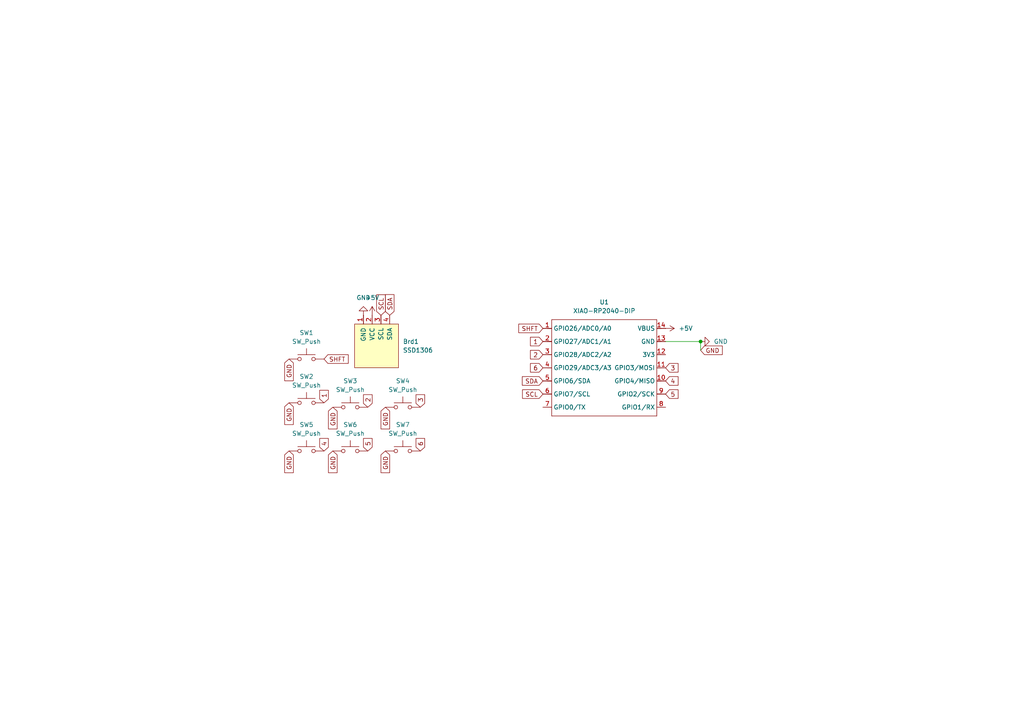
<source format=kicad_sch>
(kicad_sch (version 20231120) (generator "eeschema") (generator_version "8.0")
  (paper "A4")
  (lib_symbols
    (symbol "SSD1306-128x64_OLED:SSD1306" (pin_names (offset 1.016))
      (property "Reference" "Brd" (at 0 -3.81 0))
      (property "Value" "SSD1306" (at 0 -1.27 0))
      (symbol "SSD1306_0_1"
        (rectangle (start -6.35 6.35) (end 6.35 -6.35) (fill (type background)))
      )
      (symbol "SSD1306_1_1"
        (pin input line (at -3.81 8.89 270) (length 2.54) (name "GND") (number "1"))
        (pin input line (at -1.27 8.89 270) (length 2.54) (name "VCC") (number "2"))
        (pin input line (at 1.27 8.89 270) (length 2.54) (name "SCL") (number "3"))
        (pin input line (at 3.81 8.89 270) (length 2.54) (name "SDA") (number "4"))
      )
    )
    (symbol "Seeed_Studio_XIAO_Series:XIAO-RP2040-DIP"
      (property "Reference" "U" (at 0 0 0))
      (property "Value" "XIAO-RP2040-DIP" (at 5.334 -1.778 0))
      (symbol "XIAO-RP2040-DIP_1_0"
        (polyline (pts (xy -1.27 -30.48) (xy -1.27 -16.51)) (stroke (width 0.1524)))
        (polyline (pts (xy -1.27 -27.94) (xy -2.54 -27.94)) (stroke (width 0.1524)))
        (polyline (pts (xy -1.27 -24.13) (xy -2.54 -24.13)) (stroke (width 0.1524)))
        (polyline (pts (xy -1.27 -20.32) (xy -2.54 -20.32)) (stroke (width 0.1524)))
        (polyline (pts (xy -1.27 -16.51) (xy -2.54 -16.51)) (stroke (width 0.1524)))
        (polyline (pts (xy -1.27 -16.51) (xy -1.27 -12.7)) (stroke (width 0.1524)))
        (polyline (pts (xy -1.27 -12.7) (xy -2.54 -12.7)) (stroke (width 0.1524)))
        (polyline (pts (xy -1.27 -12.7) (xy -1.27 -8.89)) (stroke (width 0.1524)))
        (polyline (pts (xy -1.27 -8.89) (xy -2.54 -8.89)) (stroke (width 0.1524)))
        (polyline (pts (xy -1.27 -8.89) (xy -1.27 -5.08)) (stroke (width 0.1524)))
        (polyline (pts (xy -1.27 -5.08) (xy -2.54 -5.08)) (stroke (width 0.1524)))
        (polyline (pts (xy -1.27 -5.08) (xy -1.27 -2.54)) (stroke (width 0.1524)))
        (polyline (pts (xy -1.27 -2.54) (xy 29.21 -2.54)) (stroke (width 0.1524)))
        (polyline (pts (xy 29.21 -30.48) (xy -1.27 -30.48)) (stroke (width 0.1524)))
        (polyline (pts (xy 29.21 -12.7) (xy 29.21 -30.48)) (stroke (width 0.1524)))
        (polyline (pts (xy 29.21 -8.89) (xy 29.21 -12.7)) (stroke (width 0.1524)))
        (polyline (pts (xy 29.21 -5.08) (xy 29.21 -8.89)) (stroke (width 0.1524)))
        (polyline (pts (xy 29.21 -2.54) (xy 29.21 -5.08)) (stroke (width 0.1524)))
        (polyline (pts (xy 30.48 -27.94) (xy 29.21 -27.94)) (stroke (width 0.1524)))
        (polyline (pts (xy 30.48 -24.13) (xy 29.21 -24.13)) (stroke (width 0.1524)))
        (polyline (pts (xy 30.48 -20.32) (xy 29.21 -20.32)) (stroke (width 0.1524)))
        (polyline (pts (xy 30.48 -16.51) (xy 29.21 -16.51)) (stroke (width 0.1524)))
        (polyline (pts (xy 30.48 -12.7) (xy 29.21 -12.7)) (stroke (width 0.1524)))
        (polyline (pts (xy 30.48 -8.89) (xy 29.21 -8.89)) (stroke (width 0.1524)))
        (polyline (pts (xy 30.48 -5.08) (xy 29.21 -5.08)) (stroke (width 0.1524)))
        (pin passive line (at -3.81 -5.08 0) (length 2.54) (name "GPIO26/ADC0/A0") (number "1"))
        (pin passive line (at 31.75 -20.32 180) (length 2.54) (name "GPIO4/MISO") (number "10"))
        (pin passive line (at 31.75 -16.51 180) (length 2.54) (name "GPIO3/MOSI") (number "11"))
        (pin passive line (at 31.75 -12.7 180) (length 2.54) (name "3V3") (number "12"))
        (pin passive line (at 31.75 -8.89 180) (length 2.54) (name "GND") (number "13"))
        (pin passive line (at 31.75 -5.08 180) (length 2.54) (name "VBUS") (number "14"))
        (pin passive line (at -3.81 -8.89 0) (length 2.54) (name "GPIO27/ADC1/A1") (number "2"))
        (pin passive line (at -3.81 -12.7 0) (length 2.54) (name "GPIO28/ADC2/A2") (number "3"))
        (pin passive line (at -3.81 -16.51 0) (length 2.54) (name "GPIO29/ADC3/A3") (number "4"))
        (pin passive line (at -3.81 -20.32 0) (length 2.54) (name "GPIO6/SDA") (number "5"))
        (pin passive line (at -3.81 -24.13 0) (length 2.54) (name "GPIO7/SCL") (number "6"))
        (pin passive line (at -3.81 -27.94 0) (length 2.54) (name "GPIO0/TX") (number "7"))
        (pin passive line (at 31.75 -27.94 180) (length 2.54) (name "GPIO1/RX") (number "8"))
        (pin passive line (at 31.75 -24.13 180) (length 2.54) (name "GPIO2/SCK") (number "9"))
      )
    )
    (symbol "Switch:SW_Push" (pin_numbers hide) (pin_names (offset 1.016) hide)
      (property "Reference" "SW" (at 1.27 2.54 0))
      (property "Value" "SW_Push" (at 0 -1.524 0))
      (symbol "SW_Push_0_1"
        (circle (center -2.032 0) (radius 0.508))
        (polyline (pts (xy 0 1.27) (xy 0 3.048)))
        (polyline (pts (xy 2.54 1.27) (xy -2.54 1.27)))
        (circle (center 2.032 0) (radius 0.508))
        (pin passive line (at -5.08 0 0) (length 2.54) (name "1") (number "1"))
        (pin passive line (at 5.08 0 180) (length 2.54) (name "2") (number "2"))
      )
    )
    (symbol "power:+5V" (power) (pin_numbers hide) (pin_names (offset 0) hide)
      (property "Value" "+5V" (at 0 3.556 0))
      (symbol "+5V_0_1"
        (polyline (pts (xy -0.762 1.27) (xy 0 2.54)))
        (polyline (pts (xy 0 0) (xy 0 2.54)))
        (polyline (pts (xy 0 2.54) (xy 0.762 1.27)))
      )
      (symbol "+5V_1_1"
        (pin power_in line (at 0 0 90) (length 0) (name "~") (number "1"))
      )
    )
    (symbol "power:GND" (power) (pin_numbers hide) (pin_names (offset 0) hide)
      (property "Value" "GND" (at 0 -3.81 0))
      (symbol "GND_0_1"
        (polyline (pts (xy 0 0) (xy 0 -1.27) (xy 1.27 -1.27) (xy 0 -2.54) (xy -1.27 -1.27) (xy 0 -1.27)))
      )
      (symbol "GND_1_1"
        (pin power_in line (at 0 0 270) (length 0) (name "~") (number "1"))
      )
    )
  )
  (junction (at 203.2 99.06))
  (wire (pts (xy 203.2 99.06) (xy 193.04 99.06)))
  (wire (pts (xy 203.2 99.06) (xy 203.2 101.6)))
  (global_label "GND" (shape input) (at 96.52 118.11 270) (property "Intersheetrefs" "${INTERSHEET_REFS}" (effects (hide yes))))
  (global_label "5" (shape input) (at 193.04 114.3 0) (property "Intersheetrefs" "${INTERSHEET_REFS}" (effects (hide yes))))
  (global_label "GND" (shape input) (at 203.2 101.6 0) (property "Intersheetrefs" "${INTERSHEET_REFS}" (effects (hide yes))))
  (global_label "GND" (shape input) (at 96.52 130.81 270) (property "Intersheetrefs" "${INTERSHEET_REFS}" (effects (hide yes))))
  (global_label "GND" (shape input) (at 83.82 116.84 270) (property "Intersheetrefs" "${INTERSHEET_REFS}" (effects (hide yes))))
  (global_label "SCL" (shape input) (at 157.48 114.3 180) (property "Intersheetrefs" "${INTERSHEET_REFS}" (effects (hide yes))))
  (global_label "GND" (shape input) (at 111.76 130.81 270) (property "Intersheetrefs" "${INTERSHEET_REFS}" (effects (hide yes))))
  (global_label "SDA" (shape input) (at 113.03 91.44 90) (property "Intersheetrefs" "${INTERSHEET_REFS}" (effects (hide yes))))
  (global_label "6" (shape input) (at 157.48 106.68 180) (property "Intersheetrefs" "${INTERSHEET_REFS}" (effects (hide yes))))
  (global_label "1" (shape input) (at 157.48 99.06 180) (property "Intersheetrefs" "${INTERSHEET_REFS}" (effects (hide yes))))
  (global_label "GND" (shape input) (at 111.76 118.11 270) (property "Intersheetrefs" "${INTERSHEET_REFS}" (effects (hide yes))))
  (global_label "4" (shape input) (at 193.04 110.49 0) (property "Intersheetrefs" "${INTERSHEET_REFS}" (effects (hide yes))))
  (global_label "GND" (shape input) (at 83.82 130.81 270) (property "Intersheetrefs" "${INTERSHEET_REFS}" (effects (hide yes))))
  (global_label "SDA" (shape input) (at 157.48 110.49 180) (property "Intersheetrefs" "${INTERSHEET_REFS}" (effects (hide yes))))
  (global_label "6" (shape input) (at 121.92 130.81 90) (property "Intersheetrefs" "${INTERSHEET_REFS}" (effects (hide yes))))
  (global_label "SHFT" (shape input) (at 93.98 104.14 0) (property "Intersheetrefs" "${INTERSHEET_REFS}" (effects (hide yes))))
  (global_label "SHFT" (shape input) (at 157.48 95.25 180) (property "Intersheetrefs" "${INTERSHEET_REFS}" (effects (hide yes))))
  (global_label "2" (shape input) (at 157.48 102.87 180) (property "Intersheetrefs" "${INTERSHEET_REFS}" (effects (hide yes))))
  (global_label "1" (shape input) (at 93.98 116.84 90) (property "Intersheetrefs" "${INTERSHEET_REFS}" (effects (hide yes))))
  (global_label "SCL" (shape input) (at 110.49 91.44 90) (property "Intersheetrefs" "${INTERSHEET_REFS}" (effects (hide yes))))
  (global_label "5" (shape input) (at 106.68 130.81 90) (property "Intersheetrefs" "${INTERSHEET_REFS}" (effects (hide yes))))
  (global_label "3" (shape input) (at 121.92 118.11 90) (property "Intersheetrefs" "${INTERSHEET_REFS}" (effects (hide yes))))
  (global_label "GND" (shape input) (at 83.82 104.14 270) (property "Intersheetrefs" "${INTERSHEET_REFS}" (effects (hide yes))))
  (global_label "2" (shape input) (at 106.68 118.11 90) (property "Intersheetrefs" "${INTERSHEET_REFS}" (effects (hide yes))))
  (global_label "3" (shape input) (at 193.04 106.68 0) (property "Intersheetrefs" "${INTERSHEET_REFS}" (effects (hide yes))))
  (global_label "4" (shape input) (at 93.98 130.81 90) (property "Intersheetrefs" "${INTERSHEET_REFS}" (effects (hide yes))))
  (symbol (lib_id "power:GND") (at 105.41 91.44 180) (unit 1)
    (property "Reference" "#PWR04" (effects (hide yes)))
    (property "Value" "GND" (at 105.41 86.36 0))
    (property "Description" "Power symbol creates a global label with name \"GND\" , ground" (effects (hide yes)))
  )
  (symbol (lib_id "Switch:SW_Push") (at 116.84 130.81 0) (unit 1)
    (property "Reference" "SW7" (at 116.84 123.19 0))
    (property "Value" "SW_Push" (at 116.84 125.73 0))
    (property "Footprint" "Button_Switch_Keyboard:SW_Cherry_MX_1.00u_PCB" (effects (hide yes)))
    (property "Description" "Push button switch, generic, two pins" (effects (hide yes)))
  )
  (symbol (lib_id "Switch:SW_Push") (at 88.9 130.81 0) (unit 1)
    (property "Reference" "SW5" (at 88.9 123.19 0))
    (property "Value" "SW_Push" (at 88.9 125.73 0))
    (property "Footprint" "Button_Switch_Keyboard:SW_Cherry_MX_1.00u_PCB" (effects (hide yes)))
    (property "Description" "Push button switch, generic, two pins" (effects (hide yes)))
  )
  (symbol (lib_id "Switch:SW_Push") (at 101.6 118.11 0) (unit 1)
    (property "Reference" "SW3" (at 101.6 110.49 0))
    (property "Value" "SW_Push" (at 101.6 113.03 0))
    (property "Footprint" "Button_Switch_Keyboard:SW_Cherry_MX_1.00u_PCB" (effects (hide yes)))
    (property "Description" "Push button switch, generic, two pins" (effects (hide yes)))
  )
  (symbol (lib_id "Switch:SW_Push") (at 101.6 130.81 0) (unit 1)
    (property "Reference" "SW6" (at 101.6 123.19 0))
    (property "Value" "SW_Push" (at 101.6 125.73 0))
    (property "Footprint" "Button_Switch_Keyboard:SW_Cherry_MX_1.00u_PCB" (effects (hide yes)))
    (property "Description" "Push button switch, generic, two pins" (effects (hide yes)))
  )
  (symbol (lib_id "power:+5V") (at 193.04 95.25 270) (unit 1)
    (property "Reference" "#PWR02" (effects (hide yes)))
    (property "Value" "+5V" (at 196.85 95.2499 90) (effects (justify left)))
    (property "Description" "Power symbol creates a global label with name \"+5V\"" (effects (hide yes)))
  )
  (symbol (lib_id "Switch:SW_Push") (at 116.84 118.11 0) (unit 1)
    (property "Reference" "SW4" (at 116.84 110.49 0))
    (property "Value" "SW_Push" (at 116.84 113.03 0))
    (property "Footprint" "Button_Switch_Keyboard:SW_Cherry_MX_1.00u_PCB" (effects (hide yes)))
    (property "Description" "Push button switch, generic, two pins" (effects (hide yes)))
  )
  (symbol (lib_id "Switch:SW_Push") (at 88.9 104.14 0) (unit 1)
    (property "Reference" "SW1" (at 88.9 96.52 0))
    (property "Value" "SW_Push" (at 88.9 99.06 0))
    (property "Footprint" "Button_Switch_Keyboard:SW_Cherry_MX_1.00u_PCB" (effects (hide yes)))
    (property "Description" "Push button switch, generic, two pins" (effects (hide yes)))
  )
  (symbol (lib_id "power:+5V") (at 107.95 91.44 0) (unit 1)
    (property "Reference" "#PWR01" (effects (hide yes)))
    (property "Value" "+5V" (at 107.95 86.36 0))
    (property "Description" "Power symbol creates a global label with name \"+5V\"" (effects (hide yes)))
  )
  (symbol (lib_id "power:GND") (at 203.2 99.06 90) (unit 1)
    (property "Reference" "#PWR03" (effects (hide yes)))
    (property "Value" "GND" (at 207.01 99.0599 90) (effects (justify right)))
    (property "Description" "Power symbol creates a global label with name \"GND\" , ground" (effects (hide yes)))
  )
  (symbol (lib_id "Seeed_Studio_XIAO_Series:XIAO-RP2040-DIP") (at 161.29 90.17 0) (unit 1)
    (property "Reference" "U1" (at 175.26 87.63 0))
    (property "Value" "XIAO-RP2040-DIP" (at 175.26 90.17 0))
    (property "Footprint" "RF_Module:MCU_Seeed_ESP32C3" (effects (hide yes)))
  )
  (symbol (lib_id "Switch:SW_Push") (at 88.9 116.84 0) (unit 1)
    (property "Reference" "SW2" (at 88.9 109.22 0))
    (property "Value" "SW_Push" (at 88.9 111.76 0))
    (property "Footprint" "Button_Switch_Keyboard:SW_Cherry_MX_1.00u_PCB" (effects (hide yes)))
    (property "Description" "Push button switch, generic, two pins" (effects (hide yes)))
  )
  (symbol (lib_id "SSD1306-128x64_OLED:SSD1306") (at 109.22 100.33 0) (unit 1)
    (property "Reference" "Brd1" (at 116.84 99.0599 0) (effects (justify left)))
    (property "Value" "SSD1306" (at 116.84 101.5999 0) (effects (justify left)))
    (property "Footprint" "SSD1306:128x64OLED" (effects (hide yes)))
    (property "Description" "SSD1306 OLED" (effects (hide yes)))
  )
)
</source>
